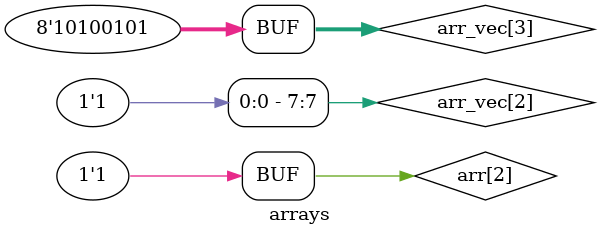
<source format=v>
`timescale 1ps/1ps

module arrays();

    // Traditional vector:
    wire [7:0] vect; // <1>

    // Array:
    wire arr[3:0]; // <2>

    // Array of vectors:
    wire [7:0] arr_vec[3:0]; // <3>

// tag::access_example[]
    // Single signal:
    assign arr[2] = 'b1; // <1>

    // Single signal:
    assign arr_vec[3] = 8'b10100101; // <2>

    // Single bit of single signal:
    assign arr_vec[2][7] = 1; // <3>
// end::access_example[]

endmodule
// end::module_source[]
</source>
